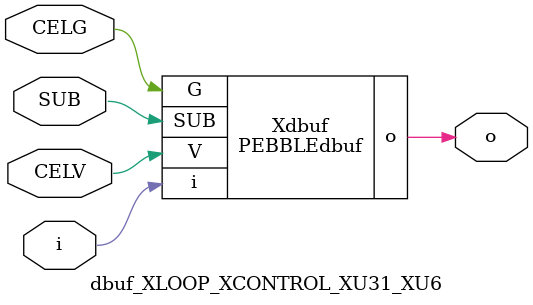
<source format=v>



module PEBBLEdbuf ( o, G, SUB, V, i );

  input V;
  input i;
  input G;
  output o;
  input SUB;
endmodule

//Celera Confidential Do Not Copy dbuf_XLOOP_XCONTROL_XU31_XU6
//Celera Confidential Symbol Generator
//Digital Buffer
module dbuf_XLOOP_XCONTROL_XU31_XU6 (CELV,CELG,i,o,SUB);
input CELV;
input CELG;
input i;
input SUB;
output o;

//Celera Confidential Do Not Copy dbuf
PEBBLEdbuf Xdbuf(
.V (CELV),
.i (i),
.o (o),
.SUB (SUB),
.G (CELG)
);
//,diesize,PEBBLEdbuf

//Celera Confidential Do Not Copy Module End
//Celera Schematic Generator
endmodule

</source>
